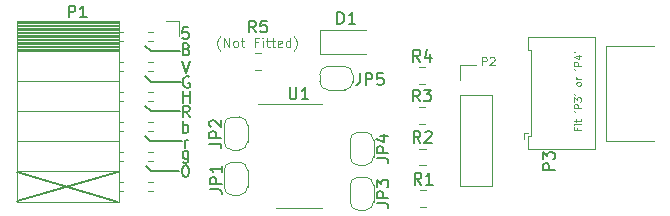
<source format=gto>
G04 #@! TF.GenerationSoftware,KiCad,Pcbnew,(5.1.4)-1*
G04 #@! TF.CreationDate,2020-02-28T01:49:18+00:00*
G04 #@! TF.ProjectId,buffer,62756666-6572-42e6-9b69-6361645f7063,rev?*
G04 #@! TF.SameCoordinates,Original*
G04 #@! TF.FileFunction,Legend,Top*
G04 #@! TF.FilePolarity,Positive*
%FSLAX46Y46*%
G04 Gerber Fmt 4.6, Leading zero omitted, Abs format (unit mm)*
G04 Created by KiCad (PCBNEW (5.1.4)-1) date 2020-02-28 01:49:18*
%MOMM*%
%LPD*%
G04 APERTURE LIST*
%ADD10C,0.120000*%
%ADD11C,0.100000*%
%ADD12C,0.150000*%
G04 APERTURE END LIST*
D10*
X44951590Y-35576426D02*
X44913495Y-35538331D01*
X44837304Y-35424045D01*
X44799209Y-35347855D01*
X44761114Y-35233569D01*
X44723019Y-35043093D01*
X44723019Y-34890712D01*
X44761114Y-34700236D01*
X44799209Y-34585950D01*
X44837304Y-34509760D01*
X44913495Y-34395474D01*
X44951590Y-34357379D01*
X45256352Y-35271664D02*
X45256352Y-34471664D01*
X45713495Y-35271664D01*
X45713495Y-34471664D01*
X46208733Y-35271664D02*
X46132542Y-35233569D01*
X46094447Y-35195474D01*
X46056352Y-35119283D01*
X46056352Y-34890712D01*
X46094447Y-34814521D01*
X46132542Y-34776426D01*
X46208733Y-34738331D01*
X46323019Y-34738331D01*
X46399209Y-34776426D01*
X46437304Y-34814521D01*
X46475400Y-34890712D01*
X46475400Y-35119283D01*
X46437304Y-35195474D01*
X46399209Y-35233569D01*
X46323019Y-35271664D01*
X46208733Y-35271664D01*
X46703971Y-34738331D02*
X47008733Y-34738331D01*
X46818257Y-34471664D02*
X46818257Y-35157379D01*
X46856352Y-35233569D01*
X46932542Y-35271664D01*
X47008733Y-35271664D01*
X48151590Y-34852617D02*
X47884923Y-34852617D01*
X47884923Y-35271664D02*
X47884923Y-34471664D01*
X48265876Y-34471664D01*
X48570638Y-35271664D02*
X48570638Y-34738331D01*
X48570638Y-34471664D02*
X48532542Y-34509760D01*
X48570638Y-34547855D01*
X48608733Y-34509760D01*
X48570638Y-34471664D01*
X48570638Y-34547855D01*
X48837304Y-34738331D02*
X49142066Y-34738331D01*
X48951590Y-34471664D02*
X48951590Y-35157379D01*
X48989685Y-35233569D01*
X49065876Y-35271664D01*
X49142066Y-35271664D01*
X49294447Y-34738331D02*
X49599209Y-34738331D01*
X49408733Y-34471664D02*
X49408733Y-35157379D01*
X49446828Y-35233569D01*
X49523019Y-35271664D01*
X49599209Y-35271664D01*
X50170638Y-35233569D02*
X50094447Y-35271664D01*
X49942066Y-35271664D01*
X49865876Y-35233569D01*
X49827780Y-35157379D01*
X49827780Y-34852617D01*
X49865876Y-34776426D01*
X49942066Y-34738331D01*
X50094447Y-34738331D01*
X50170638Y-34776426D01*
X50208733Y-34852617D01*
X50208733Y-34928807D01*
X49827780Y-35004998D01*
X50894447Y-35271664D02*
X50894447Y-34471664D01*
X50894447Y-35233569D02*
X50818257Y-35271664D01*
X50665876Y-35271664D01*
X50589685Y-35233569D01*
X50551590Y-35195474D01*
X50513495Y-35119283D01*
X50513495Y-34890712D01*
X50551590Y-34814521D01*
X50589685Y-34776426D01*
X50665876Y-34738331D01*
X50818257Y-34738331D01*
X50894447Y-34776426D01*
X51199209Y-35576426D02*
X51237304Y-35538331D01*
X51313495Y-35424045D01*
X51351590Y-35347855D01*
X51389685Y-35233569D01*
X51427780Y-35043093D01*
X51427780Y-34890712D01*
X51389685Y-34700236D01*
X51351590Y-34585950D01*
X51313495Y-34509760D01*
X51237304Y-34395474D01*
X51199209Y-34357379D01*
D11*
X75185142Y-42126145D02*
X75185142Y-42326145D01*
X75499428Y-42326145D02*
X74899428Y-42326145D01*
X74899428Y-42040431D01*
X75499428Y-41811860D02*
X75099428Y-41811860D01*
X74899428Y-41811860D02*
X74928000Y-41840431D01*
X74956571Y-41811860D01*
X74928000Y-41783288D01*
X74899428Y-41811860D01*
X74956571Y-41811860D01*
X75099428Y-41611860D02*
X75099428Y-41383288D01*
X74899428Y-41526145D02*
X75413714Y-41526145D01*
X75470857Y-41497574D01*
X75499428Y-41440431D01*
X75499428Y-41383288D01*
X74899428Y-40697574D02*
X75013714Y-40754717D01*
X75499428Y-40440431D02*
X74899428Y-40440431D01*
X74899428Y-40211860D01*
X74928000Y-40154717D01*
X74956571Y-40126145D01*
X75013714Y-40097574D01*
X75099428Y-40097574D01*
X75156571Y-40126145D01*
X75185142Y-40154717D01*
X75213714Y-40211860D01*
X75213714Y-40440431D01*
X74899428Y-39897574D02*
X74899428Y-39526145D01*
X75128000Y-39726145D01*
X75128000Y-39640431D01*
X75156571Y-39583288D01*
X75185142Y-39554717D01*
X75242285Y-39526145D01*
X75385142Y-39526145D01*
X75442285Y-39554717D01*
X75470857Y-39583288D01*
X75499428Y-39640431D01*
X75499428Y-39811860D01*
X75470857Y-39869002D01*
X75442285Y-39897574D01*
X74899428Y-39240431D02*
X75013714Y-39297574D01*
X75499428Y-38440431D02*
X75470857Y-38497574D01*
X75442285Y-38526145D01*
X75385142Y-38554717D01*
X75213714Y-38554717D01*
X75156571Y-38526145D01*
X75128000Y-38497574D01*
X75099428Y-38440431D01*
X75099428Y-38354717D01*
X75128000Y-38297574D01*
X75156571Y-38269002D01*
X75213714Y-38240431D01*
X75385142Y-38240431D01*
X75442285Y-38269002D01*
X75470857Y-38297574D01*
X75499428Y-38354717D01*
X75499428Y-38440431D01*
X75499428Y-37983288D02*
X75099428Y-37983288D01*
X75213714Y-37983288D02*
X75156571Y-37954717D01*
X75128000Y-37926145D01*
X75099428Y-37869002D01*
X75099428Y-37811860D01*
X74899428Y-37126145D02*
X75013714Y-37183288D01*
X75499428Y-36869002D02*
X74899428Y-36869002D01*
X74899428Y-36640431D01*
X74928000Y-36583288D01*
X74956571Y-36554717D01*
X75013714Y-36526145D01*
X75099428Y-36526145D01*
X75156571Y-36554717D01*
X75185142Y-36583288D01*
X75213714Y-36640431D01*
X75213714Y-36869002D01*
X75099428Y-36011860D02*
X75499428Y-36011860D01*
X74870857Y-36154717D02*
X75299428Y-36297574D01*
X75299428Y-35926145D01*
X74899428Y-35669002D02*
X75013714Y-35726145D01*
D12*
X27780800Y-48320960D02*
X36315200Y-45882560D01*
X27780800Y-45831760D02*
X36315200Y-48371760D01*
X39083800Y-45755560D02*
X41496800Y-45755560D01*
X38702800Y-45349160D02*
X39083800Y-45755560D01*
X39541000Y-43215560D02*
X41700000Y-43215560D01*
X39617200Y-38237160D02*
X41598400Y-38237160D01*
X39566400Y-40726360D02*
X41547600Y-40726360D01*
X39058400Y-35620960D02*
X41573000Y-35620960D01*
X38626600Y-35189160D02*
X39058400Y-35620960D01*
X39033000Y-43215560D02*
X38626600Y-42809160D01*
X39541000Y-43215560D02*
X39033000Y-43215560D01*
X39058400Y-40726360D02*
X38601200Y-40269160D01*
X39566400Y-40726360D02*
X39058400Y-40726360D01*
X39134600Y-38237160D02*
X38626600Y-37729160D01*
X39617200Y-38237160D02*
X39134600Y-38237160D01*
X41933371Y-43794940D02*
X41933371Y-43128274D01*
X41933371Y-43318750D02*
X41980990Y-43223512D01*
X42028609Y-43175893D01*
X42123847Y-43128274D01*
X42219085Y-43128274D01*
X42365123Y-41229540D02*
X42031790Y-40753350D01*
X41793695Y-41229540D02*
X41793695Y-40229540D01*
X42174647Y-40229540D01*
X42269885Y-40277160D01*
X42317504Y-40324779D01*
X42365123Y-40420017D01*
X42365123Y-40562874D01*
X42317504Y-40658112D01*
X42269885Y-40705731D01*
X42174647Y-40753350D01*
X41793695Y-40753350D01*
X42342904Y-37787960D02*
X42247666Y-37740340D01*
X42104809Y-37740340D01*
X41961952Y-37787960D01*
X41866714Y-37883198D01*
X41819095Y-37978436D01*
X41771476Y-38168912D01*
X41771476Y-38311769D01*
X41819095Y-38502245D01*
X41866714Y-38597483D01*
X41961952Y-38692721D01*
X42104809Y-38740340D01*
X42200047Y-38740340D01*
X42342904Y-38692721D01*
X42390523Y-38645102D01*
X42390523Y-38311769D01*
X42200047Y-38311769D01*
X41969880Y-45284140D02*
X42065119Y-45284140D01*
X42160357Y-45331760D01*
X42207976Y-45379379D01*
X42255595Y-45474617D01*
X42303214Y-45665093D01*
X42303214Y-45903188D01*
X42255595Y-46093664D01*
X42207976Y-46188902D01*
X42160357Y-46236521D01*
X42065119Y-46284140D01*
X41969880Y-46284140D01*
X41874642Y-46236521D01*
X41827023Y-46188902D01*
X41779404Y-46093664D01*
X41731785Y-45903188D01*
X41731785Y-45665093D01*
X41779404Y-45474617D01*
X41827023Y-45379379D01*
X41874642Y-45331760D01*
X41969880Y-45284140D01*
X42101628Y-35447931D02*
X42244485Y-35495550D01*
X42292104Y-35543169D01*
X42339723Y-35638407D01*
X42339723Y-35781264D01*
X42292104Y-35876502D01*
X42244485Y-35924121D01*
X42149247Y-35971740D01*
X41768295Y-35971740D01*
X41768295Y-34971740D01*
X42101628Y-34971740D01*
X42196866Y-35019360D01*
X42244485Y-35066979D01*
X42292104Y-35162217D01*
X42292104Y-35257455D01*
X42244485Y-35352693D01*
X42196866Y-35400312D01*
X42101628Y-35447931D01*
X41768295Y-35447931D01*
X42244485Y-44068074D02*
X42244485Y-44877598D01*
X42196866Y-44972836D01*
X42149247Y-45020455D01*
X42054009Y-45068074D01*
X41911152Y-45068074D01*
X41815914Y-45020455D01*
X42244485Y-44687121D02*
X42149247Y-44734740D01*
X41958771Y-44734740D01*
X41863533Y-44687121D01*
X41815914Y-44639502D01*
X41768295Y-44544264D01*
X41768295Y-44258550D01*
X41815914Y-44163312D01*
X41863533Y-44115693D01*
X41958771Y-44068074D01*
X42149247Y-44068074D01*
X42244485Y-44115693D01*
X41790514Y-42524940D02*
X41790514Y-41524940D01*
X41790514Y-41905893D02*
X41885752Y-41858274D01*
X42076228Y-41858274D01*
X42171466Y-41905893D01*
X42219085Y-41953512D01*
X42266704Y-42048750D01*
X42266704Y-42334464D01*
X42219085Y-42429702D01*
X42171466Y-42477321D01*
X42076228Y-42524940D01*
X41885752Y-42524940D01*
X41790514Y-42477321D01*
X41795285Y-39984940D02*
X41795285Y-38984940D01*
X41795285Y-39461131D02*
X42366714Y-39461131D01*
X42366714Y-39984940D02*
X42366714Y-38984940D01*
X41722266Y-36444940D02*
X42055600Y-37444940D01*
X42388933Y-36444940D01*
X42268295Y-33600140D02*
X41792104Y-33600140D01*
X41744485Y-34076331D01*
X41792104Y-34028712D01*
X41887342Y-33981093D01*
X42125438Y-33981093D01*
X42220676Y-34028712D01*
X42268295Y-34076331D01*
X42315914Y-34171569D01*
X42315914Y-34409664D01*
X42268295Y-34504902D01*
X42220676Y-34552521D01*
X42125438Y-34600140D01*
X41887342Y-34600140D01*
X41792104Y-34552521D01*
X41744485Y-34504902D01*
D10*
X51606000Y-48945960D02*
X53556000Y-48945960D01*
X51606000Y-48945960D02*
X49656000Y-48945960D01*
X51606000Y-40075960D02*
X53556000Y-40075960D01*
X51606000Y-40075960D02*
X48156000Y-40075960D01*
X76714600Y-34440960D02*
X76714600Y-39175960D01*
X70994600Y-34440960D02*
X76714600Y-34440960D01*
X70994600Y-35510960D02*
X70994600Y-34440960D01*
X71294600Y-35510960D02*
X70994600Y-35510960D01*
X71294600Y-39175960D02*
X71294600Y-35510960D01*
X76714600Y-43910960D02*
X76714600Y-39175960D01*
X70994600Y-43910960D02*
X76714600Y-43910960D01*
X70994600Y-42840960D02*
X70994600Y-43910960D01*
X71294600Y-42840960D02*
X70994600Y-42840960D01*
X71294600Y-39175960D02*
X71294600Y-42840960D01*
X70704600Y-42550960D02*
X70704600Y-43050960D01*
X71004600Y-42550960D02*
X70704600Y-42550960D01*
X65287400Y-36780160D02*
X66617400Y-36780160D01*
X65287400Y-38110160D02*
X65287400Y-36780160D01*
X65287400Y-39380160D02*
X67947400Y-39380160D01*
X67947400Y-39380160D02*
X67947400Y-47060160D01*
X65287400Y-39380160D02*
X65287400Y-47060160D01*
X65287400Y-47060160D02*
X67947400Y-47060160D01*
X27723800Y-33166360D02*
X36353800Y-33166360D01*
X27723800Y-33284455D02*
X36353800Y-33284455D01*
X27723800Y-33402550D02*
X36353800Y-33402550D01*
X27723800Y-33520645D02*
X36353800Y-33520645D01*
X27723800Y-33638740D02*
X36353800Y-33638740D01*
X27723800Y-33756835D02*
X36353800Y-33756835D01*
X27723800Y-33874930D02*
X36353800Y-33874930D01*
X27723800Y-33993025D02*
X36353800Y-33993025D01*
X27723800Y-34111120D02*
X36353800Y-34111120D01*
X27723800Y-34229215D02*
X36353800Y-34229215D01*
X27723800Y-34347310D02*
X36353800Y-34347310D01*
X27723800Y-34465405D02*
X36353800Y-34465405D01*
X27723800Y-34583500D02*
X36353800Y-34583500D01*
X27723800Y-34701595D02*
X36353800Y-34701595D01*
X27723800Y-34819690D02*
X36353800Y-34819690D01*
X27723800Y-34937785D02*
X36353800Y-34937785D01*
X27723800Y-35055880D02*
X36353800Y-35055880D01*
X27723800Y-35173975D02*
X36353800Y-35173975D01*
X27723800Y-35292070D02*
X36353800Y-35292070D01*
X27723800Y-35410165D02*
X36353800Y-35410165D01*
X27723800Y-35528260D02*
X36353800Y-35528260D01*
X36353800Y-34016360D02*
X36763800Y-34016360D01*
X38863800Y-34016360D02*
X39243800Y-34016360D01*
X36353800Y-34736360D02*
X36763800Y-34736360D01*
X38863800Y-34736360D02*
X39243800Y-34736360D01*
X36353800Y-36556360D02*
X36763800Y-36556360D01*
X38863800Y-36556360D02*
X39303800Y-36556360D01*
X36353800Y-37276360D02*
X36763800Y-37276360D01*
X38863800Y-37276360D02*
X39303800Y-37276360D01*
X36353800Y-39096360D02*
X36763800Y-39096360D01*
X38863800Y-39096360D02*
X39303800Y-39096360D01*
X36353800Y-39816360D02*
X36763800Y-39816360D01*
X38863800Y-39816360D02*
X39303800Y-39816360D01*
X36353800Y-41636360D02*
X36763800Y-41636360D01*
X38863800Y-41636360D02*
X39303800Y-41636360D01*
X36353800Y-42356360D02*
X36763800Y-42356360D01*
X38863800Y-42356360D02*
X39303800Y-42356360D01*
X36353800Y-44176360D02*
X36763800Y-44176360D01*
X38863800Y-44176360D02*
X39303800Y-44176360D01*
X36353800Y-44896360D02*
X36763800Y-44896360D01*
X38863800Y-44896360D02*
X39303800Y-44896360D01*
X36353800Y-46716360D02*
X36763800Y-46716360D01*
X38863800Y-46716360D02*
X39303800Y-46716360D01*
X36353800Y-47436360D02*
X36763800Y-47436360D01*
X38863800Y-47436360D02*
X39303800Y-47436360D01*
X27723800Y-35646360D02*
X36353800Y-35646360D01*
X27723800Y-38186360D02*
X36353800Y-38186360D01*
X27723800Y-40726360D02*
X36353800Y-40726360D01*
X27723800Y-43266360D02*
X36353800Y-43266360D01*
X27723800Y-45806360D02*
X36353800Y-45806360D01*
X27723800Y-33046360D02*
X36353800Y-33046360D01*
X36353800Y-33046360D02*
X36353800Y-48406360D01*
X27723800Y-48406360D02*
X36353800Y-48406360D01*
X27723800Y-33046360D02*
X27723800Y-48406360D01*
X41463800Y-33046360D02*
X41463800Y-34376360D01*
X40353800Y-33046360D02*
X41463800Y-33046360D01*
X81655200Y-35200960D02*
X77655200Y-35200960D01*
X77655200Y-35200960D02*
X77655200Y-43200960D01*
X77655200Y-43200960D02*
X81655200Y-43200960D01*
X53369200Y-33858960D02*
X53369200Y-35858960D01*
X53369200Y-35858960D02*
X57269200Y-35858960D01*
X53369200Y-33858960D02*
X57269200Y-33858960D01*
X61885748Y-47407760D02*
X62408252Y-47407760D01*
X61885748Y-48827760D02*
X62408252Y-48827760D01*
X61818548Y-45297160D02*
X62341052Y-45297160D01*
X61818548Y-43877160D02*
X62341052Y-43877160D01*
X61758748Y-40371960D02*
X62281252Y-40371960D01*
X61758748Y-41791960D02*
X62281252Y-41791960D01*
X61784148Y-38413760D02*
X62306652Y-38413760D01*
X61784148Y-36993760D02*
X62306652Y-36993760D01*
X47272000Y-45715960D02*
X47272000Y-47115960D01*
X46572000Y-47815960D02*
X45972000Y-47815960D01*
X45272000Y-47115960D02*
X45272000Y-45715960D01*
X45972000Y-45015960D02*
X46572000Y-45015960D01*
X46572000Y-45015960D02*
G75*
G02X47272000Y-45715960I0J-700000D01*
G01*
X45272000Y-45715960D02*
G75*
G02X45972000Y-45015960I700000J0D01*
G01*
X45972000Y-47815960D02*
G75*
G02X45272000Y-47115960I0J700000D01*
G01*
X47272000Y-47115960D02*
G75*
G02X46572000Y-47815960I-700000J0D01*
G01*
X47272000Y-43290960D02*
G75*
G02X46572000Y-43990960I-700000J0D01*
G01*
X45972000Y-43990960D02*
G75*
G02X45272000Y-43290960I0J700000D01*
G01*
X45272000Y-41890960D02*
G75*
G02X45972000Y-41190960I700000J0D01*
G01*
X46572000Y-41190960D02*
G75*
G02X47272000Y-41890960I0J-700000D01*
G01*
X45972000Y-41190960D02*
X46572000Y-41190960D01*
X45272000Y-43290960D02*
X45272000Y-41890960D01*
X46572000Y-43990960D02*
X45972000Y-43990960D01*
X47272000Y-41890960D02*
X47272000Y-43290960D01*
X57940000Y-46985960D02*
X57940000Y-48385960D01*
X57240000Y-49085960D02*
X56640000Y-49085960D01*
X55940000Y-48385960D02*
X55940000Y-46985960D01*
X56640000Y-46285960D02*
X57240000Y-46285960D01*
X57240000Y-46285960D02*
G75*
G02X57940000Y-46985960I0J-700000D01*
G01*
X55940000Y-46985960D02*
G75*
G02X56640000Y-46285960I700000J0D01*
G01*
X56640000Y-49085960D02*
G75*
G02X55940000Y-48385960I0J700000D01*
G01*
X57940000Y-48385960D02*
G75*
G02X57240000Y-49085960I-700000J0D01*
G01*
X57940000Y-44575960D02*
G75*
G02X57240000Y-45275960I-700000J0D01*
G01*
X56640000Y-45275960D02*
G75*
G02X55940000Y-44575960I0J700000D01*
G01*
X55940000Y-43175960D02*
G75*
G02X56640000Y-42475960I700000J0D01*
G01*
X57240000Y-42475960D02*
G75*
G02X57940000Y-43175960I0J-700000D01*
G01*
X56640000Y-42475960D02*
X57240000Y-42475960D01*
X55940000Y-44575960D02*
X55940000Y-43175960D01*
X57240000Y-45275960D02*
X56640000Y-45275960D01*
X57940000Y-43175960D02*
X57940000Y-44575960D01*
X54081000Y-38906960D02*
G75*
G02X53381000Y-38206960I0J700000D01*
G01*
X53381000Y-37606960D02*
G75*
G02X54081000Y-36906960I700000J0D01*
G01*
X55481000Y-36906960D02*
G75*
G02X56181000Y-37606960I0J-700000D01*
G01*
X56181000Y-38206960D02*
G75*
G02X55481000Y-38906960I-700000J0D01*
G01*
X56181000Y-37606960D02*
X56181000Y-38206960D01*
X54081000Y-36906960D02*
X55481000Y-36906960D01*
X53381000Y-38206960D02*
X53381000Y-37606960D01*
X55481000Y-38906960D02*
X54081000Y-38906960D01*
X47915748Y-35799960D02*
X48438252Y-35799960D01*
X47915748Y-37219960D02*
X48438252Y-37219960D01*
D12*
X50844095Y-38683340D02*
X50844095Y-39492864D01*
X50891714Y-39588102D01*
X50939333Y-39635721D01*
X51034571Y-39683340D01*
X51225047Y-39683340D01*
X51320285Y-39635721D01*
X51367904Y-39588102D01*
X51415523Y-39492864D01*
X51415523Y-38683340D01*
X52415523Y-39683340D02*
X51844095Y-39683340D01*
X52129809Y-39683340D02*
X52129809Y-38683340D01*
X52034571Y-38826198D01*
X51939333Y-38921436D01*
X51844095Y-38969055D01*
X73267380Y-45689855D02*
X72267380Y-45689855D01*
X72267380Y-45308902D01*
X72315000Y-45213664D01*
X72362619Y-45166045D01*
X72457857Y-45118426D01*
X72600714Y-45118426D01*
X72695952Y-45166045D01*
X72743571Y-45213664D01*
X72791190Y-45308902D01*
X72791190Y-45689855D01*
X72267380Y-44785093D02*
X72267380Y-44166045D01*
X72648333Y-44499379D01*
X72648333Y-44356521D01*
X72695952Y-44261283D01*
X72743571Y-44213664D01*
X72838809Y-44166045D01*
X73076904Y-44166045D01*
X73172142Y-44213664D01*
X73219761Y-44261283D01*
X73267380Y-44356521D01*
X73267380Y-44642236D01*
X73219761Y-44737474D01*
X73172142Y-44785093D01*
D10*
X67116733Y-36826626D02*
X67116733Y-36126626D01*
X67383400Y-36126626D01*
X67450066Y-36159960D01*
X67483400Y-36193293D01*
X67516733Y-36259960D01*
X67516733Y-36359960D01*
X67483400Y-36426626D01*
X67450066Y-36459960D01*
X67383400Y-36493293D01*
X67116733Y-36493293D01*
X67783400Y-36193293D02*
X67816733Y-36159960D01*
X67883400Y-36126626D01*
X68050066Y-36126626D01*
X68116733Y-36159960D01*
X68150066Y-36193293D01*
X68183400Y-36259960D01*
X68183400Y-36326626D01*
X68150066Y-36426626D01*
X67750066Y-36826626D01*
X68183400Y-36826626D01*
D12*
X32122704Y-32771340D02*
X32122704Y-31771340D01*
X32503657Y-31771340D01*
X32598895Y-31818960D01*
X32646514Y-31866579D01*
X32694133Y-31961817D01*
X32694133Y-32104674D01*
X32646514Y-32199912D01*
X32598895Y-32247531D01*
X32503657Y-32295150D01*
X32122704Y-32295150D01*
X33646514Y-32771340D02*
X33075085Y-32771340D01*
X33360800Y-32771340D02*
X33360800Y-31771340D01*
X33265561Y-31914198D01*
X33170323Y-32009436D01*
X33075085Y-32057055D01*
X54881104Y-33311340D02*
X54881104Y-32311340D01*
X55119200Y-32311340D01*
X55262057Y-32358960D01*
X55357295Y-32454198D01*
X55404914Y-32549436D01*
X55452533Y-32739912D01*
X55452533Y-32882769D01*
X55404914Y-33073245D01*
X55357295Y-33168483D01*
X55262057Y-33263721D01*
X55119200Y-33311340D01*
X54881104Y-33311340D01*
X56404914Y-33311340D02*
X55833485Y-33311340D01*
X56119200Y-33311340D02*
X56119200Y-32311340D01*
X56023961Y-32454198D01*
X55928723Y-32549436D01*
X55833485Y-32597055D01*
X61980333Y-46920140D02*
X61647000Y-46443950D01*
X61408904Y-46920140D02*
X61408904Y-45920140D01*
X61789857Y-45920140D01*
X61885095Y-45967760D01*
X61932714Y-46015379D01*
X61980333Y-46110617D01*
X61980333Y-46253474D01*
X61932714Y-46348712D01*
X61885095Y-46396331D01*
X61789857Y-46443950D01*
X61408904Y-46443950D01*
X62932714Y-46920140D02*
X62361285Y-46920140D01*
X62647000Y-46920140D02*
X62647000Y-45920140D01*
X62551761Y-46062998D01*
X62456523Y-46158236D01*
X62361285Y-46205855D01*
X61913133Y-43389540D02*
X61579800Y-42913350D01*
X61341704Y-43389540D02*
X61341704Y-42389540D01*
X61722657Y-42389540D01*
X61817895Y-42437160D01*
X61865514Y-42484779D01*
X61913133Y-42580017D01*
X61913133Y-42722874D01*
X61865514Y-42818112D01*
X61817895Y-42865731D01*
X61722657Y-42913350D01*
X61341704Y-42913350D01*
X62294085Y-42484779D02*
X62341704Y-42437160D01*
X62436942Y-42389540D01*
X62675038Y-42389540D01*
X62770276Y-42437160D01*
X62817895Y-42484779D01*
X62865514Y-42580017D01*
X62865514Y-42675255D01*
X62817895Y-42818112D01*
X62246466Y-43389540D01*
X62865514Y-43389540D01*
X61853333Y-39884340D02*
X61520000Y-39408150D01*
X61281904Y-39884340D02*
X61281904Y-38884340D01*
X61662857Y-38884340D01*
X61758095Y-38931960D01*
X61805714Y-38979579D01*
X61853333Y-39074817D01*
X61853333Y-39217674D01*
X61805714Y-39312912D01*
X61758095Y-39360531D01*
X61662857Y-39408150D01*
X61281904Y-39408150D01*
X62186666Y-38884340D02*
X62805714Y-38884340D01*
X62472380Y-39265293D01*
X62615238Y-39265293D01*
X62710476Y-39312912D01*
X62758095Y-39360531D01*
X62805714Y-39455769D01*
X62805714Y-39693864D01*
X62758095Y-39789102D01*
X62710476Y-39836721D01*
X62615238Y-39884340D01*
X62329523Y-39884340D01*
X62234285Y-39836721D01*
X62186666Y-39789102D01*
X61878733Y-36506140D02*
X61545400Y-36029950D01*
X61307304Y-36506140D02*
X61307304Y-35506140D01*
X61688257Y-35506140D01*
X61783495Y-35553760D01*
X61831114Y-35601379D01*
X61878733Y-35696617D01*
X61878733Y-35839474D01*
X61831114Y-35934712D01*
X61783495Y-35982331D01*
X61688257Y-36029950D01*
X61307304Y-36029950D01*
X62735876Y-35839474D02*
X62735876Y-36506140D01*
X62497780Y-35458521D02*
X62259685Y-36172807D01*
X62878733Y-36172807D01*
X44073380Y-47325493D02*
X44787666Y-47325493D01*
X44930523Y-47373112D01*
X45025761Y-47468350D01*
X45073380Y-47611207D01*
X45073380Y-47706445D01*
X45073380Y-46849302D02*
X44073380Y-46849302D01*
X44073380Y-46468350D01*
X44121000Y-46373112D01*
X44168619Y-46325493D01*
X44263857Y-46277874D01*
X44406714Y-46277874D01*
X44501952Y-46325493D01*
X44549571Y-46373112D01*
X44597190Y-46468350D01*
X44597190Y-46849302D01*
X45073380Y-45325493D02*
X45073380Y-45896921D01*
X45073380Y-45611207D02*
X44073380Y-45611207D01*
X44216238Y-45706445D01*
X44311476Y-45801683D01*
X44359095Y-45896921D01*
X44047980Y-43449693D02*
X44762266Y-43449693D01*
X44905123Y-43497312D01*
X45000361Y-43592550D01*
X45047980Y-43735407D01*
X45047980Y-43830645D01*
X45047980Y-42973502D02*
X44047980Y-42973502D01*
X44047980Y-42592550D01*
X44095600Y-42497312D01*
X44143219Y-42449693D01*
X44238457Y-42402074D01*
X44381314Y-42402074D01*
X44476552Y-42449693D01*
X44524171Y-42497312D01*
X44571790Y-42592550D01*
X44571790Y-42973502D01*
X44143219Y-42021121D02*
X44095600Y-41973502D01*
X44047980Y-41878264D01*
X44047980Y-41640169D01*
X44095600Y-41544931D01*
X44143219Y-41497312D01*
X44238457Y-41449693D01*
X44333695Y-41449693D01*
X44476552Y-41497312D01*
X45047980Y-42068740D01*
X45047980Y-41449693D01*
X58192380Y-48519293D02*
X58906666Y-48519293D01*
X59049523Y-48566912D01*
X59144761Y-48662150D01*
X59192380Y-48805007D01*
X59192380Y-48900245D01*
X59192380Y-48043102D02*
X58192380Y-48043102D01*
X58192380Y-47662150D01*
X58240000Y-47566912D01*
X58287619Y-47519293D01*
X58382857Y-47471674D01*
X58525714Y-47471674D01*
X58620952Y-47519293D01*
X58668571Y-47566912D01*
X58716190Y-47662150D01*
X58716190Y-48043102D01*
X58192380Y-47138340D02*
X58192380Y-46519293D01*
X58573333Y-46852626D01*
X58573333Y-46709769D01*
X58620952Y-46614531D01*
X58668571Y-46566912D01*
X58763809Y-46519293D01*
X59001904Y-46519293D01*
X59097142Y-46566912D01*
X59144761Y-46614531D01*
X59192380Y-46709769D01*
X59192380Y-46995483D01*
X59144761Y-47090721D01*
X59097142Y-47138340D01*
X58192380Y-44709293D02*
X58906666Y-44709293D01*
X59049523Y-44756912D01*
X59144761Y-44852150D01*
X59192380Y-44995007D01*
X59192380Y-45090245D01*
X59192380Y-44233102D02*
X58192380Y-44233102D01*
X58192380Y-43852150D01*
X58240000Y-43756912D01*
X58287619Y-43709293D01*
X58382857Y-43661674D01*
X58525714Y-43661674D01*
X58620952Y-43709293D01*
X58668571Y-43756912D01*
X58716190Y-43852150D01*
X58716190Y-44233102D01*
X58525714Y-42804531D02*
X59192380Y-42804531D01*
X58144761Y-43042626D02*
X58859047Y-43280721D01*
X58859047Y-42661674D01*
X56792466Y-37486340D02*
X56792466Y-38200626D01*
X56744847Y-38343483D01*
X56649609Y-38438721D01*
X56506752Y-38486340D01*
X56411514Y-38486340D01*
X57268657Y-38486340D02*
X57268657Y-37486340D01*
X57649609Y-37486340D01*
X57744847Y-37533960D01*
X57792466Y-37581579D01*
X57840085Y-37676817D01*
X57840085Y-37819674D01*
X57792466Y-37914912D01*
X57744847Y-37962531D01*
X57649609Y-38010150D01*
X57268657Y-38010150D01*
X58744847Y-37486340D02*
X58268657Y-37486340D01*
X58221038Y-37962531D01*
X58268657Y-37914912D01*
X58363895Y-37867293D01*
X58601990Y-37867293D01*
X58697228Y-37914912D01*
X58744847Y-37962531D01*
X58792466Y-38057769D01*
X58792466Y-38295864D01*
X58744847Y-38391102D01*
X58697228Y-38438721D01*
X58601990Y-38486340D01*
X58363895Y-38486340D01*
X58268657Y-38438721D01*
X58221038Y-38391102D01*
X47984933Y-34041340D02*
X47651600Y-33565150D01*
X47413504Y-34041340D02*
X47413504Y-33041340D01*
X47794457Y-33041340D01*
X47889695Y-33088960D01*
X47937314Y-33136579D01*
X47984933Y-33231817D01*
X47984933Y-33374674D01*
X47937314Y-33469912D01*
X47889695Y-33517531D01*
X47794457Y-33565150D01*
X47413504Y-33565150D01*
X48889695Y-33041340D02*
X48413504Y-33041340D01*
X48365885Y-33517531D01*
X48413504Y-33469912D01*
X48508742Y-33422293D01*
X48746838Y-33422293D01*
X48842076Y-33469912D01*
X48889695Y-33517531D01*
X48937314Y-33612769D01*
X48937314Y-33850864D01*
X48889695Y-33946102D01*
X48842076Y-33993721D01*
X48746838Y-34041340D01*
X48508742Y-34041340D01*
X48413504Y-33993721D01*
X48365885Y-33946102D01*
M02*

</source>
